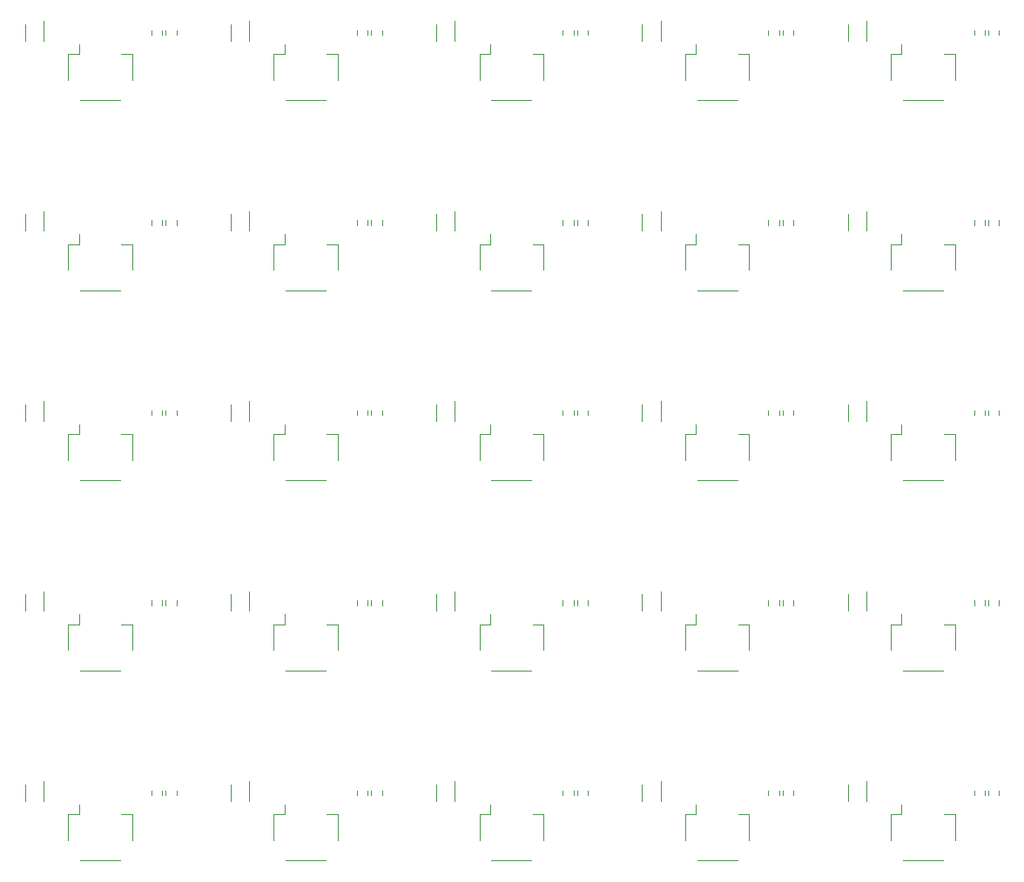
<source format=gto>
%TF.GenerationSoftware,KiCad,Pcbnew,(6.0.9)*%
%TF.CreationDate,2022-12-08T00:33:12+08:00*%
%TF.ProjectId,without-power-switch-panelized,77697468-6f75-4742-9d70-6f7765722d73,rev?*%
%TF.SameCoordinates,PXe4e1c0PYe4e1c0*%
%TF.FileFunction,Legend,Top*%
%TF.FilePolarity,Positive*%
%FSLAX46Y46*%
G04 Gerber Fmt 4.6, Leading zero omitted, Abs format (unit mm)*
G04 Created by KiCad (PCBNEW (6.0.9)) date 2022-12-08 00:33:12*
%MOMM*%
%LPD*%
G01*
G04 APERTURE LIST*
%ADD10C,0.120000*%
G04 APERTURE END LIST*
D10*
%TO.C,U1*%
X88700000Y-8800000D02*
X88700000Y-10400000D01*
X90500000Y-10400000D02*
X90500000Y-8500000D01*
%TO.C,R2*%
X82377500Y-46837258D02*
X82377500Y-46362742D01*
X83422500Y-46837258D02*
X83422500Y-46362742D01*
X23422500Y-9837258D02*
X23422500Y-9362742D01*
X22377500Y-9837258D02*
X22377500Y-9362742D01*
%TO.C,U1*%
X68700000Y-64300000D02*
X68700000Y-65900000D01*
X70500000Y-65900000D02*
X70500000Y-64000000D01*
%TO.C,R2*%
X103422500Y-28337258D02*
X103422500Y-27862742D01*
X102377500Y-28337258D02*
X102377500Y-27862742D01*
X22377500Y-28337258D02*
X22377500Y-27862742D01*
X23422500Y-28337258D02*
X23422500Y-27862742D01*
%TO.C,R1*%
X80977500Y-9362742D02*
X80977500Y-9837258D01*
X82022500Y-9362742D02*
X82022500Y-9837258D01*
%TO.C,U1*%
X90500000Y-65900000D02*
X90500000Y-64000000D01*
X88700000Y-64300000D02*
X88700000Y-65900000D01*
X8700000Y-27300000D02*
X8700000Y-28900000D01*
X10500000Y-28900000D02*
X10500000Y-27000000D01*
%TO.C,R1*%
X100977500Y-27862742D02*
X100977500Y-28337258D01*
X102022500Y-27862742D02*
X102022500Y-28337258D01*
X20977500Y-27862742D02*
X20977500Y-28337258D01*
X22022500Y-27862742D02*
X22022500Y-28337258D01*
X102022500Y-9362742D02*
X102022500Y-9837258D01*
X100977500Y-9362742D02*
X100977500Y-9837258D01*
%TO.C,U1*%
X90500000Y-47400000D02*
X90500000Y-45500000D01*
X88700000Y-45800000D02*
X88700000Y-47400000D01*
%TO.C,J2*%
X72890000Y-51215000D02*
X72890000Y-48715000D01*
X72890000Y-48715000D02*
X73940000Y-48715000D01*
X74060000Y-53185000D02*
X77940000Y-53185000D01*
X73940000Y-48715000D02*
X73940000Y-47725000D01*
X79110000Y-51215000D02*
X79110000Y-48715000D01*
X79110000Y-48715000D02*
X78060000Y-48715000D01*
X59110000Y-88215000D02*
X59110000Y-85715000D01*
X52890000Y-88215000D02*
X52890000Y-85715000D01*
X53940000Y-85715000D02*
X53940000Y-84725000D01*
X54060000Y-90185000D02*
X57940000Y-90185000D01*
X59110000Y-85715000D02*
X58060000Y-85715000D01*
X52890000Y-85715000D02*
X53940000Y-85715000D01*
%TO.C,R1*%
X42022500Y-9362742D02*
X42022500Y-9837258D01*
X40977500Y-9362742D02*
X40977500Y-9837258D01*
%TO.C,R2*%
X43422500Y-46837258D02*
X43422500Y-46362742D01*
X42377500Y-46837258D02*
X42377500Y-46362742D01*
X23422500Y-65337258D02*
X23422500Y-64862742D01*
X22377500Y-65337258D02*
X22377500Y-64862742D01*
%TO.C,U1*%
X50500000Y-10400000D02*
X50500000Y-8500000D01*
X48700000Y-8800000D02*
X48700000Y-10400000D01*
%TO.C,R2*%
X43422500Y-83837258D02*
X43422500Y-83362742D01*
X42377500Y-83837258D02*
X42377500Y-83362742D01*
%TO.C,U1*%
X50500000Y-84400000D02*
X50500000Y-82500000D01*
X48700000Y-82800000D02*
X48700000Y-84400000D01*
%TO.C,R2*%
X23422500Y-46837258D02*
X23422500Y-46362742D01*
X22377500Y-46837258D02*
X22377500Y-46362742D01*
%TO.C,J2*%
X74060000Y-90185000D02*
X77940000Y-90185000D01*
X79110000Y-88215000D02*
X79110000Y-85715000D01*
X72890000Y-88215000D02*
X72890000Y-85715000D01*
X79110000Y-85715000D02*
X78060000Y-85715000D01*
X73940000Y-85715000D02*
X73940000Y-84725000D01*
X72890000Y-85715000D02*
X73940000Y-85715000D01*
%TO.C,R1*%
X80977500Y-27862742D02*
X80977500Y-28337258D01*
X82022500Y-27862742D02*
X82022500Y-28337258D01*
%TO.C,U1*%
X70500000Y-84400000D02*
X70500000Y-82500000D01*
X68700000Y-82800000D02*
X68700000Y-84400000D01*
%TO.C,J2*%
X79110000Y-11715000D02*
X78060000Y-11715000D01*
X73940000Y-11715000D02*
X73940000Y-10725000D01*
X79110000Y-14215000D02*
X79110000Y-11715000D01*
X74060000Y-16185000D02*
X77940000Y-16185000D01*
X72890000Y-14215000D02*
X72890000Y-11715000D01*
X72890000Y-11715000D02*
X73940000Y-11715000D01*
X92890000Y-69715000D02*
X92890000Y-67215000D01*
X99110000Y-67215000D02*
X98060000Y-67215000D01*
X99110000Y-69715000D02*
X99110000Y-67215000D01*
X93940000Y-67215000D02*
X93940000Y-66225000D01*
X92890000Y-67215000D02*
X93940000Y-67215000D01*
X94060000Y-71685000D02*
X97940000Y-71685000D01*
%TO.C,U1*%
X88700000Y-27300000D02*
X88700000Y-28900000D01*
X90500000Y-28900000D02*
X90500000Y-27000000D01*
X48700000Y-27300000D02*
X48700000Y-28900000D01*
X50500000Y-28900000D02*
X50500000Y-27000000D01*
%TO.C,R2*%
X43422500Y-28337258D02*
X43422500Y-27862742D01*
X42377500Y-28337258D02*
X42377500Y-27862742D01*
X43422500Y-65337258D02*
X43422500Y-64862742D01*
X42377500Y-65337258D02*
X42377500Y-64862742D01*
X103422500Y-46837258D02*
X103422500Y-46362742D01*
X102377500Y-46837258D02*
X102377500Y-46362742D01*
X62377500Y-28337258D02*
X62377500Y-27862742D01*
X63422500Y-28337258D02*
X63422500Y-27862742D01*
%TO.C,J2*%
X12890000Y-69715000D02*
X12890000Y-67215000D01*
X14060000Y-71685000D02*
X17940000Y-71685000D01*
X19110000Y-67215000D02*
X18060000Y-67215000D01*
X12890000Y-67215000D02*
X13940000Y-67215000D01*
X13940000Y-67215000D02*
X13940000Y-66225000D01*
X19110000Y-69715000D02*
X19110000Y-67215000D01*
X52890000Y-67215000D02*
X53940000Y-67215000D01*
X54060000Y-71685000D02*
X57940000Y-71685000D01*
X59110000Y-69715000D02*
X59110000Y-67215000D01*
X53940000Y-67215000D02*
X53940000Y-66225000D01*
X59110000Y-67215000D02*
X58060000Y-67215000D01*
X52890000Y-69715000D02*
X52890000Y-67215000D01*
%TO.C,U1*%
X70500000Y-10400000D02*
X70500000Y-8500000D01*
X68700000Y-8800000D02*
X68700000Y-10400000D01*
%TO.C,R1*%
X62022500Y-46362742D02*
X62022500Y-46837258D01*
X60977500Y-46362742D02*
X60977500Y-46837258D01*
%TO.C,J2*%
X33940000Y-48715000D02*
X33940000Y-47725000D01*
X34060000Y-53185000D02*
X37940000Y-53185000D01*
X39110000Y-51215000D02*
X39110000Y-48715000D01*
X32890000Y-48715000D02*
X33940000Y-48715000D01*
X39110000Y-48715000D02*
X38060000Y-48715000D01*
X32890000Y-51215000D02*
X32890000Y-48715000D01*
%TO.C,U1*%
X8700000Y-64300000D02*
X8700000Y-65900000D01*
X10500000Y-65900000D02*
X10500000Y-64000000D01*
%TO.C,R2*%
X43422500Y-9837258D02*
X43422500Y-9362742D01*
X42377500Y-9837258D02*
X42377500Y-9362742D01*
X103422500Y-83837258D02*
X103422500Y-83362742D01*
X102377500Y-83837258D02*
X102377500Y-83362742D01*
%TO.C,R1*%
X40977500Y-27862742D02*
X40977500Y-28337258D01*
X42022500Y-27862742D02*
X42022500Y-28337258D01*
%TO.C,R2*%
X102377500Y-9837258D02*
X102377500Y-9362742D01*
X103422500Y-9837258D02*
X103422500Y-9362742D01*
%TO.C,R1*%
X100977500Y-83362742D02*
X100977500Y-83837258D01*
X102022500Y-83362742D02*
X102022500Y-83837258D01*
%TO.C,J2*%
X19110000Y-32715000D02*
X19110000Y-30215000D01*
X19110000Y-30215000D02*
X18060000Y-30215000D01*
X13940000Y-30215000D02*
X13940000Y-29225000D01*
X12890000Y-32715000D02*
X12890000Y-30215000D01*
X12890000Y-30215000D02*
X13940000Y-30215000D01*
X14060000Y-34685000D02*
X17940000Y-34685000D01*
%TO.C,U1*%
X8700000Y-82800000D02*
X8700000Y-84400000D01*
X10500000Y-84400000D02*
X10500000Y-82500000D01*
%TO.C,R1*%
X102022500Y-46362742D02*
X102022500Y-46837258D01*
X100977500Y-46362742D02*
X100977500Y-46837258D01*
%TO.C,J2*%
X39110000Y-32715000D02*
X39110000Y-30215000D01*
X39110000Y-30215000D02*
X38060000Y-30215000D01*
X33940000Y-30215000D02*
X33940000Y-29225000D01*
X34060000Y-34685000D02*
X37940000Y-34685000D01*
X32890000Y-32715000D02*
X32890000Y-30215000D01*
X32890000Y-30215000D02*
X33940000Y-30215000D01*
%TO.C,R2*%
X63422500Y-9837258D02*
X63422500Y-9362742D01*
X62377500Y-9837258D02*
X62377500Y-9362742D01*
%TO.C,R1*%
X60977500Y-64862742D02*
X60977500Y-65337258D01*
X62022500Y-64862742D02*
X62022500Y-65337258D01*
%TO.C,R2*%
X82377500Y-28337258D02*
X82377500Y-27862742D01*
X83422500Y-28337258D02*
X83422500Y-27862742D01*
%TO.C,U1*%
X48700000Y-45800000D02*
X48700000Y-47400000D01*
X50500000Y-47400000D02*
X50500000Y-45500000D01*
X28700000Y-45800000D02*
X28700000Y-47400000D01*
X30500000Y-47400000D02*
X30500000Y-45500000D01*
%TO.C,R1*%
X40977500Y-64862742D02*
X40977500Y-65337258D01*
X42022500Y-64862742D02*
X42022500Y-65337258D01*
%TO.C,J2*%
X79110000Y-69715000D02*
X79110000Y-67215000D01*
X73940000Y-67215000D02*
X73940000Y-66225000D01*
X74060000Y-71685000D02*
X77940000Y-71685000D01*
X72890000Y-67215000D02*
X73940000Y-67215000D01*
X79110000Y-67215000D02*
X78060000Y-67215000D01*
X72890000Y-69715000D02*
X72890000Y-67215000D01*
%TO.C,U1*%
X28700000Y-27300000D02*
X28700000Y-28900000D01*
X30500000Y-28900000D02*
X30500000Y-27000000D01*
%TO.C,J2*%
X59110000Y-11715000D02*
X58060000Y-11715000D01*
X59110000Y-14215000D02*
X59110000Y-11715000D01*
X53940000Y-11715000D02*
X53940000Y-10725000D01*
X52890000Y-14215000D02*
X52890000Y-11715000D01*
X54060000Y-16185000D02*
X57940000Y-16185000D01*
X52890000Y-11715000D02*
X53940000Y-11715000D01*
X79110000Y-32715000D02*
X79110000Y-30215000D01*
X73940000Y-30215000D02*
X73940000Y-29225000D01*
X79110000Y-30215000D02*
X78060000Y-30215000D01*
X74060000Y-34685000D02*
X77940000Y-34685000D01*
X72890000Y-30215000D02*
X73940000Y-30215000D01*
X72890000Y-32715000D02*
X72890000Y-30215000D01*
%TO.C,U1*%
X90500000Y-84400000D02*
X90500000Y-82500000D01*
X88700000Y-82800000D02*
X88700000Y-84400000D01*
%TO.C,R1*%
X102022500Y-64862742D02*
X102022500Y-65337258D01*
X100977500Y-64862742D02*
X100977500Y-65337258D01*
%TO.C,R2*%
X63422500Y-46837258D02*
X63422500Y-46362742D01*
X62377500Y-46837258D02*
X62377500Y-46362742D01*
X62377500Y-83837258D02*
X62377500Y-83362742D01*
X63422500Y-83837258D02*
X63422500Y-83362742D01*
%TO.C,J2*%
X94060000Y-90185000D02*
X97940000Y-90185000D01*
X99110000Y-88215000D02*
X99110000Y-85715000D01*
X93940000Y-85715000D02*
X93940000Y-84725000D01*
X92890000Y-88215000D02*
X92890000Y-85715000D01*
X99110000Y-85715000D02*
X98060000Y-85715000D01*
X92890000Y-85715000D02*
X93940000Y-85715000D01*
X99110000Y-14215000D02*
X99110000Y-11715000D01*
X92890000Y-14215000D02*
X92890000Y-11715000D01*
X93940000Y-11715000D02*
X93940000Y-10725000D01*
X94060000Y-16185000D02*
X97940000Y-16185000D01*
X92890000Y-11715000D02*
X93940000Y-11715000D01*
X99110000Y-11715000D02*
X98060000Y-11715000D01*
%TO.C,R1*%
X20977500Y-83362742D02*
X20977500Y-83837258D01*
X22022500Y-83362742D02*
X22022500Y-83837258D01*
X80977500Y-46362742D02*
X80977500Y-46837258D01*
X82022500Y-46362742D02*
X82022500Y-46837258D01*
X80977500Y-83362742D02*
X80977500Y-83837258D01*
X82022500Y-83362742D02*
X82022500Y-83837258D01*
X62022500Y-9362742D02*
X62022500Y-9837258D01*
X60977500Y-9362742D02*
X60977500Y-9837258D01*
%TO.C,J2*%
X14060000Y-53185000D02*
X17940000Y-53185000D01*
X19110000Y-51215000D02*
X19110000Y-48715000D01*
X19110000Y-48715000D02*
X18060000Y-48715000D01*
X12890000Y-51215000D02*
X12890000Y-48715000D01*
X12890000Y-48715000D02*
X13940000Y-48715000D01*
X13940000Y-48715000D02*
X13940000Y-47725000D01*
X19110000Y-88215000D02*
X19110000Y-85715000D01*
X19110000Y-85715000D02*
X18060000Y-85715000D01*
X13940000Y-85715000D02*
X13940000Y-84725000D01*
X12890000Y-88215000D02*
X12890000Y-85715000D01*
X14060000Y-90185000D02*
X17940000Y-90185000D01*
X12890000Y-85715000D02*
X13940000Y-85715000D01*
%TO.C,R2*%
X62377500Y-65337258D02*
X62377500Y-64862742D01*
X63422500Y-65337258D02*
X63422500Y-64862742D01*
%TO.C,U1*%
X30500000Y-84400000D02*
X30500000Y-82500000D01*
X28700000Y-82800000D02*
X28700000Y-84400000D01*
X10500000Y-47400000D02*
X10500000Y-45500000D01*
X8700000Y-45800000D02*
X8700000Y-47400000D01*
%TO.C,J2*%
X39110000Y-14215000D02*
X39110000Y-11715000D01*
X34060000Y-16185000D02*
X37940000Y-16185000D01*
X32890000Y-14215000D02*
X32890000Y-11715000D01*
X32890000Y-11715000D02*
X33940000Y-11715000D01*
X39110000Y-11715000D02*
X38060000Y-11715000D01*
X33940000Y-11715000D02*
X33940000Y-10725000D01*
X33940000Y-67215000D02*
X33940000Y-66225000D01*
X32890000Y-67215000D02*
X33940000Y-67215000D01*
X39110000Y-67215000D02*
X38060000Y-67215000D01*
X32890000Y-69715000D02*
X32890000Y-67215000D01*
X34060000Y-71685000D02*
X37940000Y-71685000D01*
X39110000Y-69715000D02*
X39110000Y-67215000D01*
X19110000Y-11715000D02*
X18060000Y-11715000D01*
X12890000Y-14215000D02*
X12890000Y-11715000D01*
X13940000Y-11715000D02*
X13940000Y-10725000D01*
X14060000Y-16185000D02*
X17940000Y-16185000D01*
X12890000Y-11715000D02*
X13940000Y-11715000D01*
X19110000Y-14215000D02*
X19110000Y-11715000D01*
%TO.C,U1*%
X28700000Y-8800000D02*
X28700000Y-10400000D01*
X30500000Y-10400000D02*
X30500000Y-8500000D01*
%TO.C,R1*%
X22022500Y-46362742D02*
X22022500Y-46837258D01*
X20977500Y-46362742D02*
X20977500Y-46837258D01*
%TO.C,J2*%
X53940000Y-48715000D02*
X53940000Y-47725000D01*
X54060000Y-53185000D02*
X57940000Y-53185000D01*
X52890000Y-48715000D02*
X53940000Y-48715000D01*
X52890000Y-51215000D02*
X52890000Y-48715000D01*
X59110000Y-48715000D02*
X58060000Y-48715000D01*
X59110000Y-51215000D02*
X59110000Y-48715000D01*
%TO.C,R1*%
X82022500Y-64862742D02*
X82022500Y-65337258D01*
X80977500Y-64862742D02*
X80977500Y-65337258D01*
%TO.C,R2*%
X83422500Y-65337258D02*
X83422500Y-64862742D01*
X82377500Y-65337258D02*
X82377500Y-64862742D01*
%TO.C,R1*%
X60977500Y-83362742D02*
X60977500Y-83837258D01*
X62022500Y-83362742D02*
X62022500Y-83837258D01*
%TO.C,J2*%
X92890000Y-48715000D02*
X93940000Y-48715000D01*
X99110000Y-48715000D02*
X98060000Y-48715000D01*
X92890000Y-51215000D02*
X92890000Y-48715000D01*
X94060000Y-53185000D02*
X97940000Y-53185000D01*
X93940000Y-48715000D02*
X93940000Y-47725000D01*
X99110000Y-51215000D02*
X99110000Y-48715000D01*
%TO.C,R2*%
X82377500Y-83837258D02*
X82377500Y-83362742D01*
X83422500Y-83837258D02*
X83422500Y-83362742D01*
%TO.C,U1*%
X8700000Y-8800000D02*
X8700000Y-10400000D01*
X10500000Y-10400000D02*
X10500000Y-8500000D01*
X28700000Y-64300000D02*
X28700000Y-65900000D01*
X30500000Y-65900000D02*
X30500000Y-64000000D01*
%TO.C,R1*%
X60977500Y-27862742D02*
X60977500Y-28337258D01*
X62022500Y-27862742D02*
X62022500Y-28337258D01*
X42022500Y-46362742D02*
X42022500Y-46837258D01*
X40977500Y-46362742D02*
X40977500Y-46837258D01*
%TO.C,R2*%
X82377500Y-9837258D02*
X82377500Y-9362742D01*
X83422500Y-9837258D02*
X83422500Y-9362742D01*
X102377500Y-65337258D02*
X102377500Y-64862742D01*
X103422500Y-65337258D02*
X103422500Y-64862742D01*
X22377500Y-83837258D02*
X22377500Y-83362742D01*
X23422500Y-83837258D02*
X23422500Y-83362742D01*
%TO.C,J2*%
X39110000Y-85715000D02*
X38060000Y-85715000D01*
X32890000Y-88215000D02*
X32890000Y-85715000D01*
X39110000Y-88215000D02*
X39110000Y-85715000D01*
X34060000Y-90185000D02*
X37940000Y-90185000D01*
X33940000Y-85715000D02*
X33940000Y-84725000D01*
X32890000Y-85715000D02*
X33940000Y-85715000D01*
X92890000Y-30215000D02*
X93940000Y-30215000D01*
X94060000Y-34685000D02*
X97940000Y-34685000D01*
X93940000Y-30215000D02*
X93940000Y-29225000D01*
X99110000Y-32715000D02*
X99110000Y-30215000D01*
X92890000Y-32715000D02*
X92890000Y-30215000D01*
X99110000Y-30215000D02*
X98060000Y-30215000D01*
%TO.C,R1*%
X40977500Y-83362742D02*
X40977500Y-83837258D01*
X42022500Y-83362742D02*
X42022500Y-83837258D01*
%TO.C,U1*%
X70500000Y-28900000D02*
X70500000Y-27000000D01*
X68700000Y-27300000D02*
X68700000Y-28900000D01*
%TO.C,R1*%
X20977500Y-9362742D02*
X20977500Y-9837258D01*
X22022500Y-9362742D02*
X22022500Y-9837258D01*
%TO.C,U1*%
X48700000Y-64300000D02*
X48700000Y-65900000D01*
X50500000Y-65900000D02*
X50500000Y-64000000D01*
X70500000Y-47400000D02*
X70500000Y-45500000D01*
X68700000Y-45800000D02*
X68700000Y-47400000D01*
%TO.C,J2*%
X52890000Y-32715000D02*
X52890000Y-30215000D01*
X59110000Y-32715000D02*
X59110000Y-30215000D01*
X53940000Y-30215000D02*
X53940000Y-29225000D01*
X59110000Y-30215000D02*
X58060000Y-30215000D01*
X52890000Y-30215000D02*
X53940000Y-30215000D01*
X54060000Y-34685000D02*
X57940000Y-34685000D01*
%TO.C,R1*%
X22022500Y-64862742D02*
X22022500Y-65337258D01*
X20977500Y-64862742D02*
X20977500Y-65337258D01*
%TD*%
M02*

</source>
